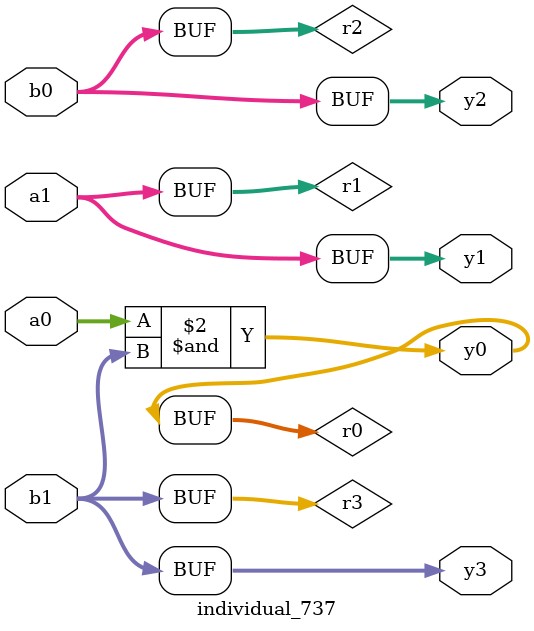
<source format=sv>
module individual_737(input logic [15:0] a1, input logic [15:0] a0, input logic [15:0] b1, input logic [15:0] b0, output logic [15:0] y3, output logic [15:0] y2, output logic [15:0] y1, output logic [15:0] y0);
logic [15:0] r0, r1, r2, r3; 
 always@(*) begin 
	 r0 = a0; r1 = a1; r2 = b0; r3 = b1; 
 	 r0  &=  r3 ;
 	 y3 = r3; y2 = r2; y1 = r1; y0 = r0; 
end
endmodule
</source>
